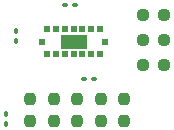
<source format=gbr>
%TF.GenerationSoftware,KiCad,Pcbnew,8.0.8-8.0.8-0~ubuntu24.04.1*%
%TF.CreationDate,2025-02-14T12:49:08-06:00*%
%TF.ProjectId,tof_module,746f665f-6d6f-4647-956c-652e6b696361,rev?*%
%TF.SameCoordinates,Original*%
%TF.FileFunction,Paste,Top*%
%TF.FilePolarity,Positive*%
%FSLAX46Y46*%
G04 Gerber Fmt 4.6, Leading zero omitted, Abs format (unit mm)*
G04 Created by KiCad (PCBNEW 8.0.8-8.0.8-0~ubuntu24.04.1) date 2025-02-14 12:49:08*
%MOMM*%
%LPD*%
G01*
G04 APERTURE LIST*
G04 Aperture macros list*
%AMRoundRect*
0 Rectangle with rounded corners*
0 $1 Rounding radius*
0 $2 $3 $4 $5 $6 $7 $8 $9 X,Y pos of 4 corners*
0 Add a 4 corners polygon primitive as box body*
4,1,4,$2,$3,$4,$5,$6,$7,$8,$9,$2,$3,0*
0 Add four circle primitives for the rounded corners*
1,1,$1+$1,$2,$3*
1,1,$1+$1,$4,$5*
1,1,$1+$1,$6,$7*
1,1,$1+$1,$8,$9*
0 Add four rect primitives between the rounded corners*
20,1,$1+$1,$2,$3,$4,$5,0*
20,1,$1+$1,$4,$5,$6,$7,0*
20,1,$1+$1,$6,$7,$8,$9,0*
20,1,$1+$1,$8,$9,$2,$3,0*%
G04 Aperture macros list end*
%ADD10RoundRect,0.237500X0.237500X-0.250000X0.237500X0.250000X-0.237500X0.250000X-0.237500X-0.250000X0*%
%ADD11RoundRect,0.237500X-0.250000X-0.237500X0.250000X-0.237500X0.250000X0.237500X-0.250000X0.237500X0*%
%ADD12RoundRect,0.237500X0.250000X0.237500X-0.250000X0.237500X-0.250000X-0.237500X0.250000X-0.237500X0*%
%ADD13R,0.100000X0.200000*%
%ADD14R,0.500000X0.515000*%
%ADD15R,0.535000X0.500000*%
%ADD16R,2.316000X1.200000*%
%ADD17RoundRect,0.090000X0.139000X0.090000X-0.139000X0.090000X-0.139000X-0.090000X0.139000X-0.090000X0*%
%ADD18RoundRect,0.090000X0.090000X-0.139000X0.090000X0.139000X-0.090000X0.139000X-0.090000X-0.139000X0*%
%ADD19RoundRect,0.090000X-0.090000X0.139000X-0.090000X-0.139000X0.090000X-0.139000X0.090000X0.139000X0*%
G04 APERTURE END LIST*
D10*
%TO.C,R3*%
X117000000Y-89162500D03*
X117000000Y-87337500D03*
%TD*%
D11*
%TO.C,R7*%
X122537500Y-82300000D03*
X124362500Y-82300000D03*
%TD*%
D10*
%TO.C,R5*%
X121000000Y-89162500D03*
X121000000Y-87337500D03*
%TD*%
D11*
%TO.C,R8*%
X122537500Y-84400000D03*
X124362500Y-84400000D03*
%TD*%
D12*
%TO.C,R6*%
X124362500Y-80200000D03*
X122537500Y-80200000D03*
%TD*%
D10*
%TO.C,R4*%
X119000000Y-89162500D03*
X119000000Y-87337500D03*
%TD*%
D13*
%TO.C,U1*%
X119250000Y-83358000D03*
D14*
X118950000Y-83516000D03*
X118200000Y-83516000D03*
X117450000Y-83516000D03*
X116700000Y-83516000D03*
X115950000Y-83516000D03*
X115200000Y-83516000D03*
X114450000Y-83516000D03*
D15*
X119368000Y-82458000D03*
D16*
X116700000Y-82458000D03*
D15*
X114032000Y-82458000D03*
D14*
X118950000Y-81400000D03*
X118200000Y-81400000D03*
X117450000Y-81400000D03*
X116700000Y-81400000D03*
X115950000Y-81400000D03*
X115200000Y-81400000D03*
X114450000Y-81400000D03*
%TD*%
D17*
%TO.C,C3*%
X116832500Y-79400000D03*
X115967500Y-79400000D03*
%TD*%
D18*
%TO.C,C1*%
X111800000Y-82432500D03*
X111800000Y-81567500D03*
%TD*%
D17*
%TO.C,C2*%
X118432500Y-85600000D03*
X117567500Y-85600000D03*
%TD*%
D10*
%TO.C,R1*%
X113000000Y-89162500D03*
X113000000Y-87337500D03*
%TD*%
%TO.C,R2*%
X115000000Y-89162500D03*
X115000000Y-87337500D03*
%TD*%
D19*
%TO.C,C4*%
X111000000Y-88587500D03*
X111000000Y-89452500D03*
%TD*%
M02*

</source>
